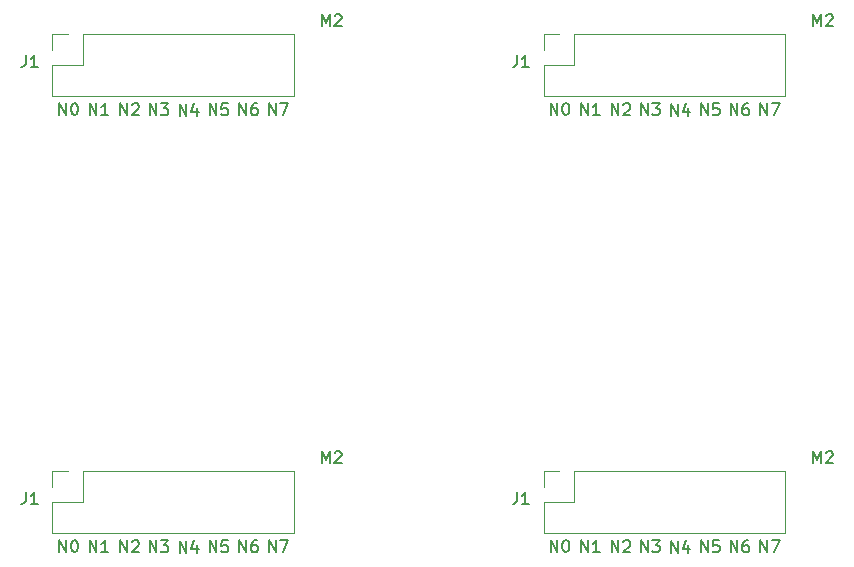
<source format=gto>
%MOIN*%
%OFA0B0*%
%FSLAX46Y46*%
%IPPOS*%
%LPD*%
%ADD10C,0.005905511811023622*%
%ADD11C,0.0047244094488188976*%
%ADD22C,0.005905511811023622*%
%ADD23C,0.0047244094488188976*%
%ADD24C,0.005905511811023622*%
%ADD25C,0.0047244094488188976*%
%ADD26C,0.005905511811023622*%
%ADD27C,0.0047244094488188976*%
G01*
D10*
X0001073901Y0001012241D02*
X0001073901Y0001051612D01*
X0001096398Y0001012241D01*
X0001096398Y0001051612D01*
X0001111397Y0001051612D02*
X0001137643Y0001051612D01*
X0001120770Y0001012241D01*
X0000974901Y0001012241D02*
X0000974901Y0001051612D01*
X0000997398Y0001012241D01*
X0000997398Y0001051612D01*
X0001033019Y0001051612D02*
X0001025520Y0001051612D01*
X0001021770Y0001049737D01*
X0001019896Y0001047862D01*
X0001016146Y0001042238D01*
X0001014271Y0001034739D01*
X0001014271Y0001019741D01*
X0001016146Y0001015991D01*
X0001018021Y0001014116D01*
X0001021770Y0001012241D01*
X0001029269Y0001012241D01*
X0001033019Y0001014116D01*
X0001034894Y0001015991D01*
X0001036768Y0001019741D01*
X0001036768Y0001029114D01*
X0001034894Y0001032864D01*
X0001033019Y0001034739D01*
X0001029269Y0001036613D01*
X0001021770Y0001036613D01*
X0001018021Y0001034739D01*
X0001016146Y0001032864D01*
X0001014271Y0001029114D01*
X0000875901Y0001012241D02*
X0000875901Y0001051612D01*
X0000898398Y0001012241D01*
X0000898398Y0001051612D01*
X0000935894Y0001051612D02*
X0000917146Y0001051612D01*
X0000915271Y0001032864D01*
X0000917146Y0001034739D01*
X0000920896Y0001036613D01*
X0000930269Y0001036613D01*
X0000934019Y0001034739D01*
X0000935894Y0001032864D01*
X0000937768Y0001029114D01*
X0000937768Y0001019741D01*
X0000935894Y0001015991D01*
X0000934019Y0001014116D01*
X0000930269Y0001012241D01*
X0000920896Y0001012241D01*
X0000917146Y0001014116D01*
X0000915271Y0001015991D01*
X0000775901Y0001011241D02*
X0000775901Y0001050612D01*
X0000798398Y0001011241D01*
X0000798398Y0001050612D01*
X0000834019Y0001037488D02*
X0000834019Y0001011241D01*
X0000824645Y0001052486D02*
X0000815271Y0001024365D01*
X0000839643Y0001024365D01*
X0000675901Y0001012241D02*
X0000675901Y0001051612D01*
X0000698398Y0001012241D01*
X0000698398Y0001051612D01*
X0000713397Y0001051612D02*
X0000737768Y0001051612D01*
X0000724645Y0001036613D01*
X0000730269Y0001036613D01*
X0000734019Y0001034739D01*
X0000735894Y0001032864D01*
X0000737768Y0001029114D01*
X0000737768Y0001019741D01*
X0000735894Y0001015991D01*
X0000734019Y0001014116D01*
X0000730269Y0001012241D01*
X0000719021Y0001012241D01*
X0000715271Y0001014116D01*
X0000713397Y0001015991D01*
X0000577901Y0001012241D02*
X0000577901Y0001051612D01*
X0000600398Y0001012241D01*
X0000600398Y0001051612D01*
X0000617271Y0001047862D02*
X0000619146Y0001049737D01*
X0000622896Y0001051612D01*
X0000632269Y0001051612D01*
X0000636019Y0001049737D01*
X0000637894Y0001047862D01*
X0000639768Y0001044112D01*
X0000639768Y0001040363D01*
X0000637894Y0001034739D01*
X0000615397Y0001012241D01*
X0000639768Y0001012241D01*
X0000475901Y0001013241D02*
X0000475901Y0001052612D01*
X0000498398Y0001013241D01*
X0000498398Y0001052612D01*
X0000537768Y0001013241D02*
X0000515271Y0001013241D01*
X0000526520Y0001013241D02*
X0000526520Y0001052612D01*
X0000522770Y0001046987D01*
X0000519021Y0001043238D01*
X0000515271Y0001041363D01*
X0000374901Y0001013241D02*
X0000374901Y0001052612D01*
X0000397398Y0001013241D01*
X0000397398Y0001052612D01*
X0000423645Y0001052612D02*
X0000427395Y0001052612D01*
X0000431144Y0001050737D01*
X0000433019Y0001048862D01*
X0000434894Y0001045112D01*
X0000436768Y0001037613D01*
X0000436768Y0001028240D01*
X0000434894Y0001020741D01*
X0000433019Y0001016991D01*
X0000431144Y0001015116D01*
X0000427395Y0001013241D01*
X0000423645Y0001013241D01*
X0000419896Y0001015116D01*
X0000418021Y0001016991D01*
X0000416146Y0001020741D01*
X0000414271Y0001028240D01*
X0000414271Y0001037613D01*
X0000416146Y0001045112D01*
X0000418021Y0001048862D01*
X0000419896Y0001050737D01*
X0000423645Y0001052612D01*
X0001250026Y0001309241D02*
X0001250026Y0001348612D01*
X0001263150Y0001320490D01*
X0001276273Y0001348612D01*
X0001276273Y0001309241D01*
X0001293146Y0001344862D02*
X0001295021Y0001346737D01*
X0001298770Y0001348612D01*
X0001308144Y0001348612D01*
X0001311894Y0001346737D01*
X0001313768Y0001344862D01*
X0001315643Y0001341112D01*
X0001315643Y0001337363D01*
X0001313768Y0001331739D01*
X0001291271Y0001309241D01*
X0001315643Y0001309241D01*
D11*
X0000351535Y0001077690D02*
X0000351535Y0001180052D01*
X0000351535Y0001077690D02*
X0001156260Y0001077690D01*
X0001156260Y0001077690D02*
X0001156260Y0001282414D01*
X0000453897Y0001282414D02*
X0001156260Y0001282414D01*
X0000453897Y0001180052D02*
X0000453897Y0001282414D01*
X0000351535Y0001180052D02*
X0000453897Y0001180052D01*
X0000351535Y0001282414D02*
X0000403897Y0001282414D01*
X0000351535Y0001230052D02*
X0000351535Y0001282414D01*
D10*
X0000262774Y0001212612D02*
X0000262774Y0001184490D01*
X0000260899Y0001178866D01*
X0000257150Y0001175116D01*
X0000251525Y0001173241D01*
X0000247776Y0001173241D01*
X0000302144Y0001173241D02*
X0000279647Y0001173241D01*
X0000290896Y0001173241D02*
X0000290896Y0001212612D01*
X0000287146Y0001206987D01*
X0000283397Y0001203238D01*
X0000279647Y0001201363D01*
G04 next file*
G04 #@! TF.GenerationSoftware,KiCad,Pcbnew,(5.1.12)-1*
G04 #@! TF.CreationDate,2022-03-29T12:16:14+08:00*
G04 #@! TF.ProjectId,Nozzle,4e6f7a7a-6c65-42e6-9b69-6361645f7063,Gen3.1a*
G04 #@! TF.SameCoordinates,Original*
G04 #@! TF.FileFunction,Legend,Top*
G04 #@! TF.FilePolarity,Positive*
G04 Gerber Fmt 4.6, Leading zero omitted, Abs format (unit mm)*
G04 Created by KiCad (PCBNEW (5.1.12)-1) date 2022-03-29 12:16:14*
G01*
G04 APERTURE LIST*
G04 APERTURE END LIST*
D22*
X0002711606Y0001012241D02*
X0002711606Y0001051612D01*
X0002734103Y0001012241D01*
X0002734103Y0001051612D01*
X0002749101Y0001051612D02*
X0002775348Y0001051612D01*
X0002758475Y0001012241D01*
X0002612606Y0001012241D02*
X0002612606Y0001051612D01*
X0002635103Y0001012241D01*
X0002635103Y0001051612D01*
X0002670723Y0001051612D02*
X0002663224Y0001051612D01*
X0002659475Y0001049737D01*
X0002657600Y0001047862D01*
X0002653851Y0001042238D01*
X0002651976Y0001034739D01*
X0002651976Y0001019741D01*
X0002653851Y0001015991D01*
X0002655725Y0001014116D01*
X0002659475Y0001012241D01*
X0002666974Y0001012241D01*
X0002670723Y0001014116D01*
X0002672598Y0001015991D01*
X0002674473Y0001019741D01*
X0002674473Y0001029114D01*
X0002672598Y0001032864D01*
X0002670723Y0001034739D01*
X0002666974Y0001036613D01*
X0002659475Y0001036613D01*
X0002655725Y0001034739D01*
X0002653851Y0001032864D01*
X0002651976Y0001029114D01*
X0002513606Y0001012241D02*
X0002513606Y0001051612D01*
X0002536103Y0001012241D01*
X0002536103Y0001051612D01*
X0002573598Y0001051612D02*
X0002554851Y0001051612D01*
X0002552976Y0001032864D01*
X0002554851Y0001034739D01*
X0002558600Y0001036613D01*
X0002567974Y0001036613D01*
X0002571723Y0001034739D01*
X0002573598Y0001032864D01*
X0002575473Y0001029114D01*
X0002575473Y0001019741D01*
X0002573598Y0001015991D01*
X0002571723Y0001014116D01*
X0002567974Y0001012241D01*
X0002558600Y0001012241D01*
X0002554851Y0001014116D01*
X0002552976Y0001015991D01*
X0002413606Y0001011241D02*
X0002413606Y0001050612D01*
X0002436103Y0001011241D01*
X0002436103Y0001050612D01*
X0002471723Y0001037488D02*
X0002471723Y0001011241D01*
X0002462350Y0001052486D02*
X0002452976Y0001024365D01*
X0002477348Y0001024365D01*
X0002313606Y0001012241D02*
X0002313606Y0001051612D01*
X0002336103Y0001012241D01*
X0002336103Y0001051612D01*
X0002351101Y0001051612D02*
X0002375473Y0001051612D01*
X0002362350Y0001036613D01*
X0002367974Y0001036613D01*
X0002371723Y0001034739D01*
X0002373598Y0001032864D01*
X0002375473Y0001029114D01*
X0002375473Y0001019741D01*
X0002373598Y0001015991D01*
X0002371723Y0001014116D01*
X0002367974Y0001012241D01*
X0002356725Y0001012241D01*
X0002352976Y0001014116D01*
X0002351101Y0001015991D01*
X0002215606Y0001012241D02*
X0002215606Y0001051612D01*
X0002238103Y0001012241D01*
X0002238103Y0001051612D01*
X0002254976Y0001047862D02*
X0002256851Y0001049737D01*
X0002260600Y0001051612D01*
X0002269974Y0001051612D01*
X0002273723Y0001049737D01*
X0002275598Y0001047862D01*
X0002277473Y0001044112D01*
X0002277473Y0001040363D01*
X0002275598Y0001034739D01*
X0002253101Y0001012241D01*
X0002277473Y0001012241D01*
X0002113606Y0001013241D02*
X0002113606Y0001052612D01*
X0002136103Y0001013241D01*
X0002136103Y0001052612D01*
X0002175473Y0001013241D02*
X0002152976Y0001013241D01*
X0002164224Y0001013241D02*
X0002164224Y0001052612D01*
X0002160475Y0001046987D01*
X0002156725Y0001043238D01*
X0002152976Y0001041363D01*
X0002012606Y0001013241D02*
X0002012606Y0001052612D01*
X0002035103Y0001013241D01*
X0002035103Y0001052612D01*
X0002061350Y0001052612D02*
X0002065099Y0001052612D01*
X0002068849Y0001050737D01*
X0002070723Y0001048862D01*
X0002072598Y0001045112D01*
X0002074473Y0001037613D01*
X0002074473Y0001028240D01*
X0002072598Y0001020741D01*
X0002070723Y0001016991D01*
X0002068849Y0001015116D01*
X0002065099Y0001013241D01*
X0002061350Y0001013241D01*
X0002057600Y0001015116D01*
X0002055725Y0001016991D01*
X0002053851Y0001020741D01*
X0002051976Y0001028240D01*
X0002051976Y0001037613D01*
X0002053851Y0001045112D01*
X0002055725Y0001048862D01*
X0002057600Y0001050737D01*
X0002061350Y0001052612D01*
X0002887731Y0001309241D02*
X0002887731Y0001348612D01*
X0002900854Y0001320490D01*
X0002913978Y0001348612D01*
X0002913978Y0001309241D01*
X0002930851Y0001344862D02*
X0002932725Y0001346737D01*
X0002936475Y0001348612D01*
X0002945849Y0001348612D01*
X0002949598Y0001346737D01*
X0002951473Y0001344862D01*
X0002953348Y0001341112D01*
X0002953348Y0001337363D01*
X0002951473Y0001331739D01*
X0002928976Y0001309241D01*
X0002953348Y0001309241D01*
D23*
X0001989240Y0001077690D02*
X0001989240Y0001180052D01*
X0001989240Y0001077690D02*
X0002793964Y0001077690D01*
X0002793964Y0001077690D02*
X0002793964Y0001282414D01*
X0002091602Y0001282414D02*
X0002793964Y0001282414D01*
X0002091602Y0001180052D02*
X0002091602Y0001282414D01*
X0001989240Y0001180052D02*
X0002091602Y0001180052D01*
X0001989240Y0001282414D02*
X0002041602Y0001282414D01*
X0001989240Y0001230052D02*
X0001989240Y0001282414D01*
D22*
X0001900479Y0001212612D02*
X0001900479Y0001184490D01*
X0001898604Y0001178866D01*
X0001894854Y0001175116D01*
X0001889230Y0001173241D01*
X0001885480Y0001173241D01*
X0001939849Y0001173241D02*
X0001917351Y0001173241D01*
X0001928600Y0001173241D02*
X0001928600Y0001212612D01*
X0001924851Y0001206987D01*
X0001921101Y0001203238D01*
X0001917351Y0001201363D01*
G04 next file*
G04 #@! TF.GenerationSoftware,KiCad,Pcbnew,(5.1.12)-1*
G04 #@! TF.CreationDate,2022-03-29T12:16:14+08:00*
G04 #@! TF.ProjectId,Nozzle,4e6f7a7a-6c65-42e6-9b69-6361645f7063,Gen3.1a*
G04 #@! TF.SameCoordinates,Original*
G04 #@! TF.FileFunction,Legend,Top*
G04 #@! TF.FilePolarity,Positive*
G04 Gerber Fmt 4.6, Leading zero omitted, Abs format (unit mm)*
G04 Created by KiCad (PCBNEW (5.1.12)-1) date 2022-03-29 12:16:14*
G01*
G04 APERTURE LIST*
G04 APERTURE END LIST*
D24*
X0001073901Y0002468935D02*
X0001073901Y0002508305D01*
X0001096398Y0002468935D01*
X0001096398Y0002508305D01*
X0001111397Y0002508305D02*
X0001137643Y0002508305D01*
X0001120770Y0002468935D01*
X0000974901Y0002468935D02*
X0000974901Y0002508305D01*
X0000997398Y0002468935D01*
X0000997398Y0002508305D01*
X0001033019Y0002508305D02*
X0001025520Y0002508305D01*
X0001021770Y0002506431D01*
X0001019896Y0002504556D01*
X0001016146Y0002498932D01*
X0001014271Y0002491432D01*
X0001014271Y0002476434D01*
X0001016146Y0002472685D01*
X0001018021Y0002470810D01*
X0001021770Y0002468935D01*
X0001029269Y0002468935D01*
X0001033019Y0002470810D01*
X0001034894Y0002472685D01*
X0001036768Y0002476434D01*
X0001036768Y0002485808D01*
X0001034894Y0002489558D01*
X0001033019Y0002491432D01*
X0001029269Y0002493307D01*
X0001021770Y0002493307D01*
X0001018021Y0002491432D01*
X0001016146Y0002489558D01*
X0001014271Y0002485808D01*
X0000875901Y0002468935D02*
X0000875901Y0002508305D01*
X0000898398Y0002468935D01*
X0000898398Y0002508305D01*
X0000935894Y0002508305D02*
X0000917146Y0002508305D01*
X0000915271Y0002489558D01*
X0000917146Y0002491432D01*
X0000920896Y0002493307D01*
X0000930269Y0002493307D01*
X0000934019Y0002491432D01*
X0000935894Y0002489558D01*
X0000937768Y0002485808D01*
X0000937768Y0002476434D01*
X0000935894Y0002472685D01*
X0000934019Y0002470810D01*
X0000930269Y0002468935D01*
X0000920896Y0002468935D01*
X0000917146Y0002470810D01*
X0000915271Y0002472685D01*
X0000775901Y0002467935D02*
X0000775901Y0002507305D01*
X0000798398Y0002467935D01*
X0000798398Y0002507305D01*
X0000834019Y0002494182D02*
X0000834019Y0002467935D01*
X0000824645Y0002509180D02*
X0000815271Y0002481059D01*
X0000839643Y0002481059D01*
X0000675901Y0002468935D02*
X0000675901Y0002508305D01*
X0000698398Y0002468935D01*
X0000698398Y0002508305D01*
X0000713397Y0002508305D02*
X0000737768Y0002508305D01*
X0000724645Y0002493307D01*
X0000730269Y0002493307D01*
X0000734019Y0002491432D01*
X0000735894Y0002489558D01*
X0000737768Y0002485808D01*
X0000737768Y0002476434D01*
X0000735894Y0002472685D01*
X0000734019Y0002470810D01*
X0000730269Y0002468935D01*
X0000719021Y0002468935D01*
X0000715271Y0002470810D01*
X0000713397Y0002472685D01*
X0000577901Y0002468935D02*
X0000577901Y0002508305D01*
X0000600398Y0002468935D01*
X0000600398Y0002508305D01*
X0000617271Y0002504556D02*
X0000619146Y0002506431D01*
X0000622896Y0002508305D01*
X0000632269Y0002508305D01*
X0000636019Y0002506431D01*
X0000637894Y0002504556D01*
X0000639768Y0002500806D01*
X0000639768Y0002497057D01*
X0000637894Y0002491432D01*
X0000615397Y0002468935D01*
X0000639768Y0002468935D01*
X0000475901Y0002469935D02*
X0000475901Y0002509305D01*
X0000498398Y0002469935D01*
X0000498398Y0002509305D01*
X0000537768Y0002469935D02*
X0000515271Y0002469935D01*
X0000526520Y0002469935D02*
X0000526520Y0002509305D01*
X0000522770Y0002503681D01*
X0000519021Y0002499932D01*
X0000515271Y0002498057D01*
X0000374901Y0002469935D02*
X0000374901Y0002509305D01*
X0000397398Y0002469935D01*
X0000397398Y0002509305D01*
X0000423645Y0002509305D02*
X0000427395Y0002509305D01*
X0000431144Y0002507431D01*
X0000433019Y0002505556D01*
X0000434894Y0002501806D01*
X0000436768Y0002494307D01*
X0000436768Y0002484933D01*
X0000434894Y0002477434D01*
X0000433019Y0002473685D01*
X0000431144Y0002471810D01*
X0000427395Y0002469935D01*
X0000423645Y0002469935D01*
X0000419896Y0002471810D01*
X0000418021Y0002473685D01*
X0000416146Y0002477434D01*
X0000414271Y0002484933D01*
X0000414271Y0002494307D01*
X0000416146Y0002501806D01*
X0000418021Y0002505556D01*
X0000419896Y0002507431D01*
X0000423645Y0002509305D01*
X0001250026Y0002765935D02*
X0001250026Y0002805305D01*
X0001263150Y0002777184D01*
X0001276273Y0002805305D01*
X0001276273Y0002765935D01*
X0001293146Y0002801556D02*
X0001295021Y0002803431D01*
X0001298770Y0002805305D01*
X0001308144Y0002805305D01*
X0001311894Y0002803431D01*
X0001313768Y0002801556D01*
X0001315643Y0002797806D01*
X0001315643Y0002794057D01*
X0001313768Y0002788432D01*
X0001291271Y0002765935D01*
X0001315643Y0002765935D01*
D25*
X0000351535Y0002534383D02*
X0000351535Y0002636746D01*
X0000351535Y0002534383D02*
X0001156260Y0002534383D01*
X0001156260Y0002534383D02*
X0001156260Y0002739108D01*
X0000453897Y0002739108D02*
X0001156260Y0002739108D01*
X0000453897Y0002636746D02*
X0000453897Y0002739108D01*
X0000351535Y0002636746D02*
X0000453897Y0002636746D01*
X0000351535Y0002739108D02*
X0000403897Y0002739108D01*
X0000351535Y0002686746D02*
X0000351535Y0002739108D01*
D24*
X0000262774Y0002669305D02*
X0000262774Y0002641184D01*
X0000260899Y0002635560D01*
X0000257150Y0002631810D01*
X0000251525Y0002629935D01*
X0000247776Y0002629935D01*
X0000302144Y0002629935D02*
X0000279647Y0002629935D01*
X0000290896Y0002629935D02*
X0000290896Y0002669305D01*
X0000287146Y0002663681D01*
X0000283397Y0002659932D01*
X0000279647Y0002658057D01*
G04 next file*
G04 #@! TF.GenerationSoftware,KiCad,Pcbnew,(5.1.12)-1*
G04 #@! TF.CreationDate,2022-03-29T12:16:14+08:00*
G04 #@! TF.ProjectId,Nozzle,4e6f7a7a-6c65-42e6-9b69-6361645f7063,Gen3.1a*
G04 #@! TF.SameCoordinates,Original*
G04 #@! TF.FileFunction,Legend,Top*
G04 #@! TF.FilePolarity,Positive*
G04 Gerber Fmt 4.6, Leading zero omitted, Abs format (unit mm)*
G04 Created by KiCad (PCBNEW (5.1.12)-1) date 2022-03-29 12:16:14*
G01*
G04 APERTURE LIST*
G04 APERTURE END LIST*
D26*
X0002711606Y0002468935D02*
X0002711606Y0002508305D01*
X0002734103Y0002468935D01*
X0002734103Y0002508305D01*
X0002749101Y0002508305D02*
X0002775348Y0002508305D01*
X0002758475Y0002468935D01*
X0002612606Y0002468935D02*
X0002612606Y0002508305D01*
X0002635103Y0002468935D01*
X0002635103Y0002508305D01*
X0002670723Y0002508305D02*
X0002663224Y0002508305D01*
X0002659475Y0002506431D01*
X0002657600Y0002504556D01*
X0002653851Y0002498932D01*
X0002651976Y0002491432D01*
X0002651976Y0002476434D01*
X0002653851Y0002472685D01*
X0002655725Y0002470810D01*
X0002659475Y0002468935D01*
X0002666974Y0002468935D01*
X0002670723Y0002470810D01*
X0002672598Y0002472685D01*
X0002674473Y0002476434D01*
X0002674473Y0002485808D01*
X0002672598Y0002489558D01*
X0002670723Y0002491432D01*
X0002666974Y0002493307D01*
X0002659475Y0002493307D01*
X0002655725Y0002491432D01*
X0002653851Y0002489558D01*
X0002651976Y0002485808D01*
X0002513606Y0002468935D02*
X0002513606Y0002508305D01*
X0002536103Y0002468935D01*
X0002536103Y0002508305D01*
X0002573598Y0002508305D02*
X0002554851Y0002508305D01*
X0002552976Y0002489558D01*
X0002554851Y0002491432D01*
X0002558600Y0002493307D01*
X0002567974Y0002493307D01*
X0002571723Y0002491432D01*
X0002573598Y0002489558D01*
X0002575473Y0002485808D01*
X0002575473Y0002476434D01*
X0002573598Y0002472685D01*
X0002571723Y0002470810D01*
X0002567974Y0002468935D01*
X0002558600Y0002468935D01*
X0002554851Y0002470810D01*
X0002552976Y0002472685D01*
X0002413606Y0002467935D02*
X0002413606Y0002507305D01*
X0002436103Y0002467935D01*
X0002436103Y0002507305D01*
X0002471723Y0002494182D02*
X0002471723Y0002467935D01*
X0002462350Y0002509180D02*
X0002452976Y0002481059D01*
X0002477348Y0002481059D01*
X0002313606Y0002468935D02*
X0002313606Y0002508305D01*
X0002336103Y0002468935D01*
X0002336103Y0002508305D01*
X0002351101Y0002508305D02*
X0002375473Y0002508305D01*
X0002362350Y0002493307D01*
X0002367974Y0002493307D01*
X0002371723Y0002491432D01*
X0002373598Y0002489558D01*
X0002375473Y0002485808D01*
X0002375473Y0002476434D01*
X0002373598Y0002472685D01*
X0002371723Y0002470810D01*
X0002367974Y0002468935D01*
X0002356725Y0002468935D01*
X0002352976Y0002470810D01*
X0002351101Y0002472685D01*
X0002215606Y0002468935D02*
X0002215606Y0002508305D01*
X0002238103Y0002468935D01*
X0002238103Y0002508305D01*
X0002254976Y0002504556D02*
X0002256851Y0002506431D01*
X0002260600Y0002508305D01*
X0002269974Y0002508305D01*
X0002273723Y0002506431D01*
X0002275598Y0002504556D01*
X0002277473Y0002500806D01*
X0002277473Y0002497057D01*
X0002275598Y0002491432D01*
X0002253101Y0002468935D01*
X0002277473Y0002468935D01*
X0002113606Y0002469935D02*
X0002113606Y0002509305D01*
X0002136103Y0002469935D01*
X0002136103Y0002509305D01*
X0002175473Y0002469935D02*
X0002152976Y0002469935D01*
X0002164224Y0002469935D02*
X0002164224Y0002509305D01*
X0002160475Y0002503681D01*
X0002156725Y0002499932D01*
X0002152976Y0002498057D01*
X0002012606Y0002469935D02*
X0002012606Y0002509305D01*
X0002035103Y0002469935D01*
X0002035103Y0002509305D01*
X0002061350Y0002509305D02*
X0002065099Y0002509305D01*
X0002068849Y0002507431D01*
X0002070723Y0002505556D01*
X0002072598Y0002501806D01*
X0002074473Y0002494307D01*
X0002074473Y0002484933D01*
X0002072598Y0002477434D01*
X0002070723Y0002473685D01*
X0002068849Y0002471810D01*
X0002065099Y0002469935D01*
X0002061350Y0002469935D01*
X0002057600Y0002471810D01*
X0002055725Y0002473685D01*
X0002053851Y0002477434D01*
X0002051976Y0002484933D01*
X0002051976Y0002494307D01*
X0002053851Y0002501806D01*
X0002055725Y0002505556D01*
X0002057600Y0002507431D01*
X0002061350Y0002509305D01*
X0002887731Y0002765935D02*
X0002887731Y0002805305D01*
X0002900854Y0002777184D01*
X0002913978Y0002805305D01*
X0002913978Y0002765935D01*
X0002930851Y0002801556D02*
X0002932725Y0002803431D01*
X0002936475Y0002805305D01*
X0002945849Y0002805305D01*
X0002949598Y0002803431D01*
X0002951473Y0002801556D01*
X0002953348Y0002797806D01*
X0002953348Y0002794057D01*
X0002951473Y0002788432D01*
X0002928976Y0002765935D01*
X0002953348Y0002765935D01*
D27*
X0001989240Y0002534383D02*
X0001989240Y0002636746D01*
X0001989240Y0002534383D02*
X0002793964Y0002534383D01*
X0002793964Y0002534383D02*
X0002793964Y0002739108D01*
X0002091602Y0002739108D02*
X0002793964Y0002739108D01*
X0002091602Y0002636746D02*
X0002091602Y0002739108D01*
X0001989240Y0002636746D02*
X0002091602Y0002636746D01*
X0001989240Y0002739108D02*
X0002041602Y0002739108D01*
X0001989240Y0002686746D02*
X0001989240Y0002739108D01*
D26*
X0001900479Y0002669305D02*
X0001900479Y0002641184D01*
X0001898604Y0002635560D01*
X0001894854Y0002631810D01*
X0001889230Y0002629935D01*
X0001885480Y0002629935D01*
X0001939849Y0002629935D02*
X0001917351Y0002629935D01*
X0001928600Y0002629935D02*
X0001928600Y0002669305D01*
X0001924851Y0002663681D01*
X0001921101Y0002659932D01*
X0001917351Y0002658057D01*
M02*
</source>
